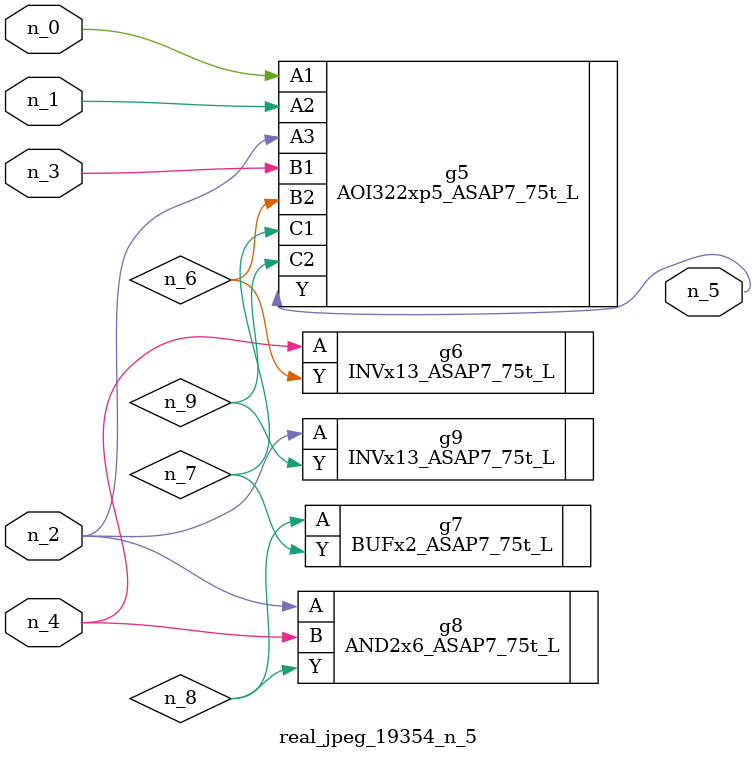
<source format=v>
module real_jpeg_19354_n_5 (n_4, n_0, n_1, n_2, n_3, n_5);

input n_4;
input n_0;
input n_1;
input n_2;
input n_3;

output n_5;

wire n_8;
wire n_6;
wire n_7;
wire n_9;

AOI322xp5_ASAP7_75t_L g5 ( 
.A1(n_0),
.A2(n_1),
.A3(n_2),
.B1(n_3),
.B2(n_6),
.C1(n_7),
.C2(n_9),
.Y(n_5)
);

AND2x6_ASAP7_75t_L g8 ( 
.A(n_2),
.B(n_4),
.Y(n_8)
);

INVx13_ASAP7_75t_L g9 ( 
.A(n_2),
.Y(n_9)
);

INVx13_ASAP7_75t_L g6 ( 
.A(n_4),
.Y(n_6)
);

BUFx2_ASAP7_75t_L g7 ( 
.A(n_8),
.Y(n_7)
);


endmodule
</source>
